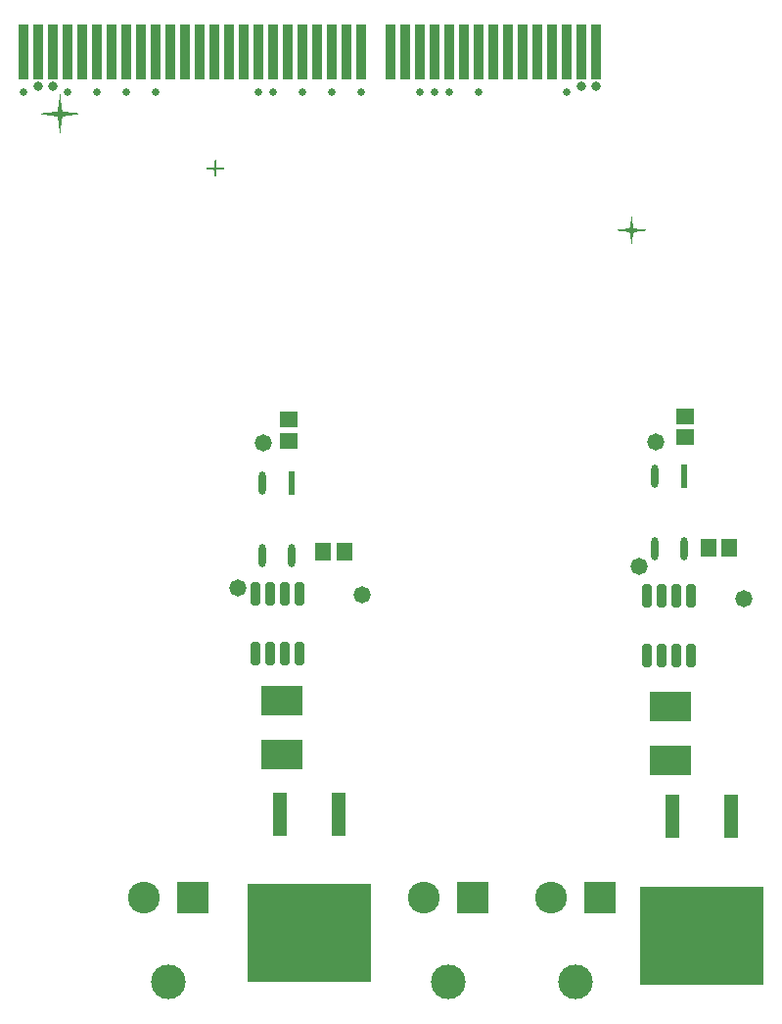
<source format=gbr>
%TF.GenerationSoftware,Altium Limited,Altium Designer,22.11.1 (43)*%
G04 Layer_Color=8388736*
%FSLAX45Y45*%
%MOMM*%
%TF.SameCoordinates,F2FF868D-8EDF-4B6E-A412-4C3DA5591A8F*%
%TF.FilePolarity,Negative*%
%TF.FileFunction,Soldermask,Top*%
%TF.Part,Single*%
G01*
G75*
%TA.AperFunction,SMDPad,CuDef*%
%ADD12R,0.61213X2.00303*%
G04:AMPARAMS|DCode=13|XSize=2.00303mm|YSize=0.61213mm|CornerRadius=0.30606mm|HoleSize=0mm|Usage=FLASHONLY|Rotation=270.000|XOffset=0mm|YOffset=0mm|HoleType=Round|Shape=RoundedRectangle|*
%AMROUNDEDRECTD13*
21,1,2.00303,0.00000,0,0,270.0*
21,1,1.39090,0.61213,0,0,270.0*
1,1,0.61213,0.00000,-0.69545*
1,1,0.61213,0.00000,0.69545*
1,1,0.61213,0.00000,0.69545*
1,1,0.61213,0.00000,-0.69545*
%
%ADD13ROUNDEDRECTD13*%
%TA.AperFunction,ComponentPad*%
%ADD23C,3.00000*%
%ADD24R,2.75000X2.75000*%
%ADD25C,2.75000*%
%TA.AperFunction,SMDPad,CuDef*%
%ADD44R,1.21920X3.70720*%
%ADD45R,10.69320X8.58320*%
G04:AMPARAMS|DCode=46|XSize=1.9632mm|YSize=0.8032mm|CornerRadius=0.1766mm|HoleSize=0mm|Usage=FLASHONLY|Rotation=270.000|XOffset=0mm|YOffset=0mm|HoleType=Round|Shape=RoundedRectangle|*
%AMROUNDEDRECTD46*
21,1,1.96320,0.45000,0,0,270.0*
21,1,1.61000,0.80320,0,0,270.0*
1,1,0.35320,-0.22500,-0.80500*
1,1,0.35320,-0.22500,0.80500*
1,1,0.35320,0.22500,0.80500*
1,1,0.35320,0.22500,-0.80500*
%
%ADD46ROUNDEDRECTD46*%
%ADD47R,1.40320X1.60320*%
%ADD48R,3.55320X2.65320*%
%ADD49R,1.60320X1.40320*%
%ADD50R,0.86320X4.77520*%
%TA.AperFunction,ViaPad*%
%ADD51C,1.47320*%
%ADD52C,0.64720*%
%ADD53C,0.83820*%
G36*
X2634145Y9378203D02*
X2638140D01*
Y9358232D01*
X2642134D01*
Y9318291D01*
X2646128D01*
Y9282343D01*
X2650122D01*
Y9258378D01*
X2654116D01*
Y9242401D01*
X2678082D01*
Y9238407D01*
X2706041D01*
Y9234413D01*
X2737994D01*
Y9230418D01*
X2777936D01*
Y9226424D01*
X2793913D01*
Y9218436D01*
X2785925D01*
Y9214442D01*
X2741988D01*
Y9210448D01*
X2710035D01*
Y9206454D01*
X2682076D01*
Y9202459D01*
X2654116D01*
Y9186483D01*
X2650122D01*
Y9162517D01*
X2646128D01*
Y9126570D01*
X2642134D01*
Y9086628D01*
X2638140D01*
Y9066657D01*
X2634145D01*
Y9054674D01*
X2630151D01*
Y9058668D01*
X2626157D01*
Y9098610D01*
X2622163D01*
Y9130564D01*
X2618169D01*
Y9162517D01*
X2614175D01*
Y9198465D01*
X2610180D01*
Y9202459D01*
X2582221D01*
Y9206454D01*
X2554262D01*
Y9210448D01*
X2522308D01*
Y9214442D01*
X2478372D01*
Y9218436D01*
X2470384D01*
Y9226424D01*
X2486361D01*
Y9230418D01*
X2526302D01*
Y9234413D01*
X2558256D01*
Y9238407D01*
X2586215D01*
Y9242401D01*
X2610180D01*
Y9246395D01*
X2614175D01*
Y9282343D01*
X2618169D01*
Y9310302D01*
X2622163D01*
Y9346250D01*
X2626157D01*
Y9386192D01*
X2630151D01*
Y9390186D01*
X2634145D01*
Y9378203D01*
D02*
G37*
G36*
X3980186Y8807035D02*
X3984180D01*
Y8767093D01*
X3988174D01*
Y8763099D01*
X3996163D01*
Y8759105D01*
X4024122D01*
Y8755111D01*
X4052082D01*
Y8751116D01*
X4060070D01*
Y8747122D01*
X4056076D01*
Y8743128D01*
X4004151D01*
Y8739134D01*
X3988174D01*
Y8731145D01*
X3984180D01*
Y8691203D01*
X3980186D01*
Y8679221D01*
X3976192D01*
Y8675227D01*
X3972198D01*
Y8683215D01*
X3968204D01*
Y8711174D01*
Y8715168D01*
Y8719163D01*
X3964209D01*
Y8735140D01*
X3960215D01*
Y8739134D01*
X3944238D01*
Y8743128D01*
X3896308D01*
Y8747122D01*
X3888320D01*
Y8751116D01*
X3900302D01*
Y8755111D01*
X3924267D01*
Y8759105D01*
X3952227D01*
Y8763099D01*
X3964209D01*
Y8783070D01*
X3968204D01*
Y8819017D01*
X3972198D01*
Y8823012D01*
X3980186D01*
Y8807035D01*
D02*
G37*
G36*
X7578948Y8335721D02*
X7582942D01*
Y8319744D01*
X7586936D01*
Y8275808D01*
X7590930D01*
Y8247849D01*
X7594924D01*
Y8235866D01*
X7602913D01*
Y8231872D01*
X7626878D01*
Y8227878D01*
X7670814D01*
Y8223884D01*
X7702767D01*
Y8215895D01*
X7690785D01*
Y8211901D01*
X7670814D01*
Y8207907D01*
X7626878D01*
Y8203913D01*
X7602913D01*
Y8199919D01*
X7598919D01*
Y8195924D01*
X7594924D01*
Y8187936D01*
X7590930D01*
Y8159977D01*
X7586936D01*
Y8116041D01*
X7582942D01*
Y8100064D01*
X7578948D01*
Y8096070D01*
X7574954D01*
Y8104058D01*
X7570959D01*
Y8140006D01*
X7566965D01*
Y8175953D01*
X7562971D01*
Y8195924D01*
X7558977D01*
Y8199919D01*
X7554983D01*
Y8203913D01*
X7531017D01*
Y8207907D01*
X7487082D01*
Y8211901D01*
X7463116D01*
Y8215895D01*
X7455128D01*
Y8223884D01*
X7487082D01*
Y8227878D01*
X7527023D01*
Y8231872D01*
X7554983D01*
Y8235866D01*
X7558977D01*
Y8239860D01*
X7562971D01*
Y8259831D01*
X7566965D01*
Y8295779D01*
X7570959D01*
Y8331727D01*
X7574954D01*
Y8339715D01*
X7578948D01*
Y8335721D01*
D02*
G37*
D12*
X4637000Y6035004D02*
D03*
X8035500Y6095005D02*
D03*
D13*
X4383000Y6035004D02*
D03*
Y5404996D02*
D03*
X4637000D02*
D03*
X7781500Y6095005D02*
D03*
Y5464996D02*
D03*
X8035500D02*
D03*
D23*
X5990000Y1720000D02*
D03*
X3570000D02*
D03*
X7090000D02*
D03*
D24*
X6200000Y2450000D02*
D03*
X3780000D02*
D03*
X7300000D02*
D03*
D25*
X5780000D02*
D03*
X3360000D02*
D03*
X6880000D02*
D03*
D44*
X5040000Y3170000D02*
D03*
X4532000D02*
D03*
X8440000Y3150000D02*
D03*
X7932000D02*
D03*
D45*
X4786000Y2145000D02*
D03*
X8186000Y2125000D02*
D03*
D46*
X8094000Y4540000D02*
D03*
X7967000D02*
D03*
X7840000D02*
D03*
X7713000D02*
D03*
Y5056000D02*
D03*
X7840000D02*
D03*
X7967000D02*
D03*
X8094000D02*
D03*
X4700500Y4560000D02*
D03*
X4573500D02*
D03*
X4446500D02*
D03*
X4319500D02*
D03*
Y5076000D02*
D03*
X4446500D02*
D03*
X4573500D02*
D03*
X4700500D02*
D03*
D47*
X8240000Y5470000D02*
D03*
X8420000D02*
D03*
X5090000Y5440000D02*
D03*
X4910000D02*
D03*
D48*
X7910000Y4105000D02*
D03*
Y3635000D02*
D03*
X4550000Y4155000D02*
D03*
Y3685000D02*
D03*
D49*
X8040000Y6430000D02*
D03*
Y6610000D02*
D03*
X4610000Y6400000D02*
D03*
Y6580000D02*
D03*
D50*
X2317650Y9760000D02*
D03*
X2444650D02*
D03*
X2571650D02*
D03*
X2698650D02*
D03*
X2825650D02*
D03*
X2952650D02*
D03*
X3079650D02*
D03*
X3206650D02*
D03*
X3333650D02*
D03*
X3460650D02*
D03*
X3587650D02*
D03*
X3714650D02*
D03*
X3841650D02*
D03*
X3968650D02*
D03*
X4095650D02*
D03*
X4222650D02*
D03*
X4349650D02*
D03*
X4476650D02*
D03*
X4603650D02*
D03*
X4730650D02*
D03*
X4857650D02*
D03*
X4984650D02*
D03*
X5111650D02*
D03*
X5238650D02*
D03*
X5492650D02*
D03*
X5619650D02*
D03*
X5746650D02*
D03*
X5873650D02*
D03*
X6000650D02*
D03*
X6127650D02*
D03*
X6254650D02*
D03*
X6381650D02*
D03*
X6508650D02*
D03*
X6635650D02*
D03*
X6762650D02*
D03*
X6889650D02*
D03*
X7016650D02*
D03*
X7143650D02*
D03*
X7270650D02*
D03*
D51*
X8550000Y5030000D02*
D03*
X5250000Y5070000D02*
D03*
X7643500Y5314844D02*
D03*
X4170000Y5130000D02*
D03*
X7790000Y6390000D02*
D03*
X4390000Y6380000D02*
D03*
D52*
X7016700Y9410000D02*
D03*
X6254700D02*
D03*
X6000700D02*
D03*
X5873700D02*
D03*
X5746700D02*
D03*
X5238700D02*
D03*
X4984700D02*
D03*
X4730700D02*
D03*
X4476700D02*
D03*
X4349700D02*
D03*
X3460700D02*
D03*
X3206700D02*
D03*
X2952700D02*
D03*
X2698700D02*
D03*
X2317700D02*
D03*
D53*
X2444700Y9460000D02*
D03*
X2571700D02*
D03*
X7270700D02*
D03*
X7143700D02*
D03*
%TF.MD5,c71b5082414000b637d6ba476fcee1c8*%
M02*

</source>
